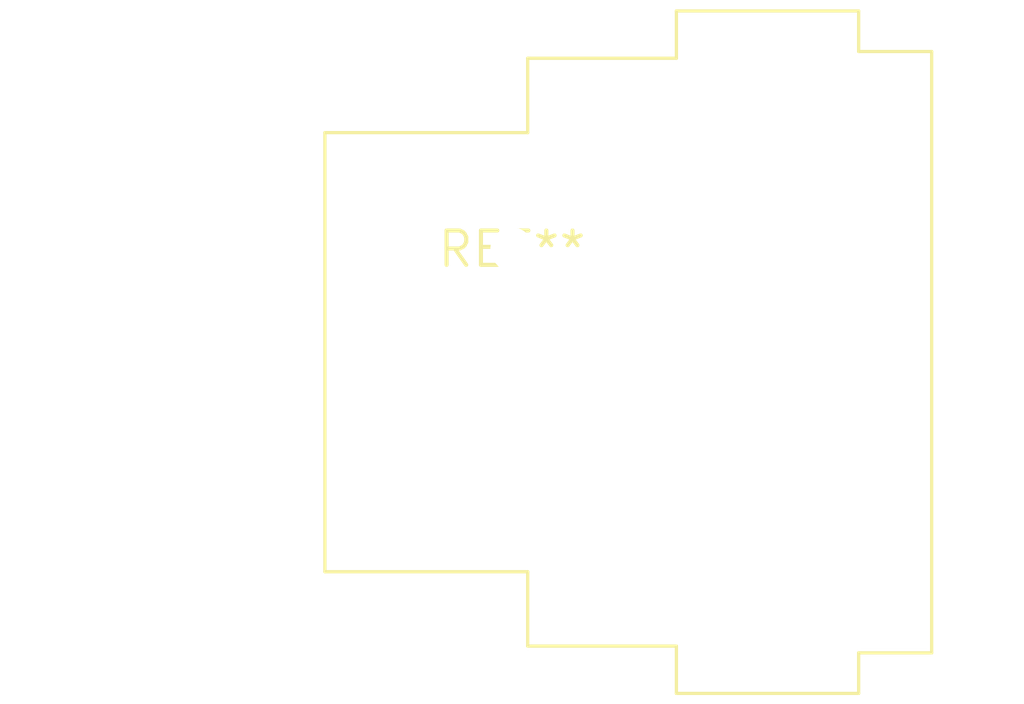
<source format=kicad_pcb>
(kicad_pcb (version 20240108) (generator pcbnew)
  (layers (0 "F.Cu" signal) (31 "B.Cu" signal) (34 "B.Paste" user) (35 "F.Paste" user) (36 "B.SilkS" user "B.Silkscreen") (37 "F.SilkS" user "F.Silkscreen") (38 "B.Mask" user) (39 "F.Mask" user) (44 "Edge.Cuts" user))
  (net 0 "")
  (footprint "Jack_XLR_Neutrik_NC3FAAH2_Horizontal" (layer "F.Cu") (at 0 0)
    (property "Reference" "REF**")
    (property "Value" "Jack_XLR_Neutrik_NC3FAAH2_Horizontal")
    (fp_line (start -6.92 -4.31) (end -6.92 11.93) (layer "F.SilkS") (stroke (width 0.12)))
    (fp_line (start 0.58 -7.06) (end 0.58 -4.31) (layer "F.SilkS") (stroke (width 0.12)))
    (fp_line (start 0.58 -4.31) (end -6.92 -4.31) (layer "F.SilkS") (stroke (width 0.12)))
    (fp_line (start 0.58 11.93) (end -6.92 11.93) (layer "F.SilkS") (stroke (width 0.12)))
    (fp_line (start 0.58 11.93) (end 0.58 14.68) (layer "F.SilkS") (stroke (width 0.12)))
    (fp_line (start 6.08 -7.06) (end 0.58 -7.06) (layer "F.SilkS") (stroke (width 0.12)))
    (fp_line (start 6.08 -7.06) (end 6.08 -8.81) (layer "F.SilkS") (stroke (width 0.12)))
    (fp_line (start 6.08 14.68) (end 0.58 14.68) (layer "F.SilkS") (stroke (width 0.12)))
    (fp_line (start 6.08 16.43) (end 6.08 14.68) (layer "F.SilkS") (stroke (width 0.12)))
    (fp_line (start 12.82 -8.81) (end 6.08 -8.81) (layer "F.SilkS") (stroke (width 0.12)))
    (fp_line (start 12.82 -8.81) (end 12.82 -7.31) (layer "F.SilkS") (stroke (width 0.12)))
    (fp_line (start 12.82 -7.31) (end 15.52 -7.31) (layer "F.SilkS") (stroke (width 0.12)))
    (fp_line (start 12.82 14.93) (end 12.82 16.43) (layer "F.SilkS") (stroke (width 0.12)))
    (fp_line (start 12.82 14.93) (end 15.52 14.93) (layer "F.SilkS") (stroke (width 0.12)))
    (fp_line (start 12.82 16.43) (end 6.08 16.43) (layer "F.SilkS") (stroke (width 0.12)))
    (fp_line (start 15.52 -7.31) (end 15.52 14.93) (layer "F.SilkS") (stroke (width 0.12)))
    (pad "" np_thru_hole circle (at 3.81 7.62) (size 1.6 1.6) (drill 1.6) (layers *.Cu *.Mask))
    (pad "" np_thru_hole circle (at 8.89 0) (size 1.6 1.6) (drill 1.6) (layers *.Cu *.Mask))
    (pad "1" thru_hole circle (at 0 0) (size 3.4 3.4) (drill 1.6) (layers *.Cu *.Mask) (remove_unused_layers))
    (pad "2" thru_hole circle (at -0.635 7.62) (size 3.4 3.4) (drill 1.6) (layers *.Cu *.Mask) (remove_unused_layers))
    (pad "3" thru_hole circle (at -4.45 3.81) (size 2.9 2.9) (drill 1.2) (layers *.Cu *.Mask) (remove_unused_layers))
    (pad "G" thru_hole circle (at 5.72 -4.44) (size 2.9 2.9) (drill 1.2) (layers *.Cu *.Mask) (remove_unused_layers))
  )
)
</source>
